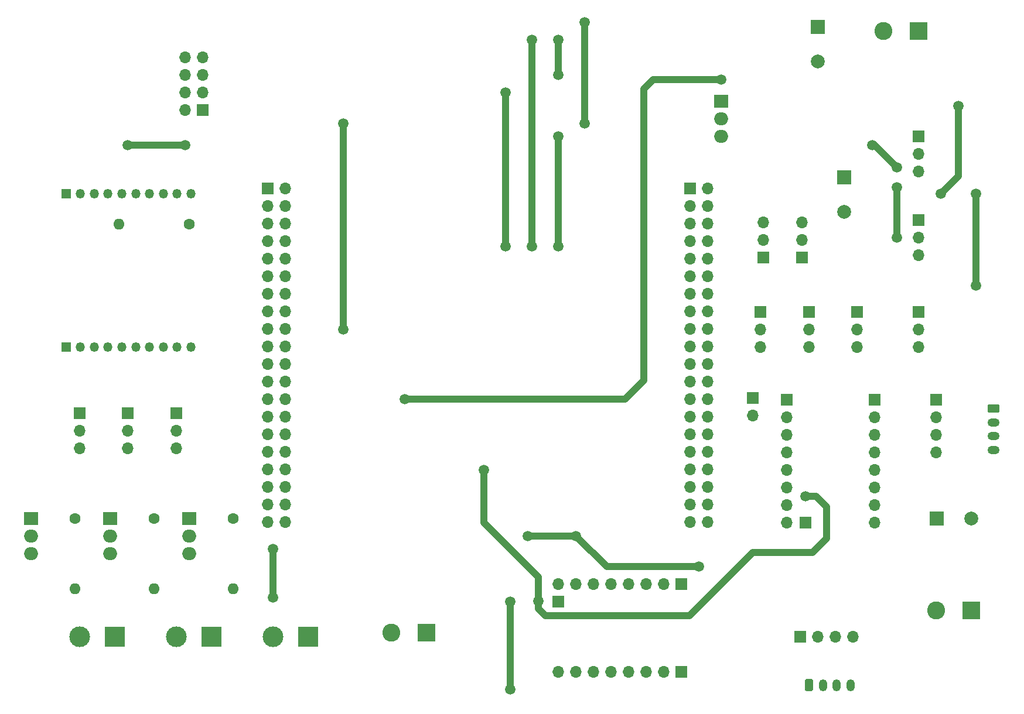
<source format=gbr>
%TF.GenerationSoftware,KiCad,Pcbnew,(5.1.6)-1*%
%TF.CreationDate,2023-02-06T18:30:28+01:00*%
%TF.ProjectId,VisionIndustrielle_TP,56697369-6f6e-4496-9e64-757374726965,rev?*%
%TF.SameCoordinates,Original*%
%TF.FileFunction,Copper,L1,Top*%
%TF.FilePolarity,Positive*%
%FSLAX46Y46*%
G04 Gerber Fmt 4.6, Leading zero omitted, Abs format (unit mm)*
G04 Created by KiCad (PCBNEW (5.1.6)-1) date 2023-02-06 18:30:28*
%MOMM*%
%LPD*%
G01*
G04 APERTURE LIST*
%TA.AperFunction,ComponentPad*%
%ADD10O,1.750000X1.200000*%
%TD*%
%TA.AperFunction,ComponentPad*%
%ADD11R,1.700000X1.700000*%
%TD*%
%TA.AperFunction,ComponentPad*%
%ADD12O,1.700000X1.700000*%
%TD*%
%TA.AperFunction,ComponentPad*%
%ADD13R,1.350000X1.350000*%
%TD*%
%TA.AperFunction,ComponentPad*%
%ADD14O,1.350000X1.350000*%
%TD*%
%TA.AperFunction,ComponentPad*%
%ADD15C,1.600000*%
%TD*%
%TA.AperFunction,ComponentPad*%
%ADD16O,1.600000X1.600000*%
%TD*%
%TA.AperFunction,ComponentPad*%
%ADD17C,2.000000*%
%TD*%
%TA.AperFunction,ComponentPad*%
%ADD18R,2.000000X2.000000*%
%TD*%
%TA.AperFunction,ComponentPad*%
%ADD19R,2.600000X2.600000*%
%TD*%
%TA.AperFunction,ComponentPad*%
%ADD20C,2.600000*%
%TD*%
%TA.AperFunction,ComponentPad*%
%ADD21R,3.000000X3.000000*%
%TD*%
%TA.AperFunction,ComponentPad*%
%ADD22C,3.000000*%
%TD*%
%TA.AperFunction,ComponentPad*%
%ADD23R,2.000000X1.905000*%
%TD*%
%TA.AperFunction,ComponentPad*%
%ADD24O,2.000000X1.905000*%
%TD*%
%TA.AperFunction,ComponentPad*%
%ADD25O,1.200000X1.750000*%
%TD*%
%TA.AperFunction,ViaPad*%
%ADD26C,1.500000*%
%TD*%
%TA.AperFunction,Conductor*%
%ADD27C,1.000000*%
%TD*%
G04 APERTURE END LIST*
%TO.P,J13,1*%
%TO.N,MOT_1A*%
%TA.AperFunction,ComponentPad*%
G36*
G01*
X150504999Y-139100000D02*
X151755001Y-139100000D01*
G75*
G02*
X152005000Y-139349999I0J-249999D01*
G01*
X152005000Y-140050001D01*
G75*
G02*
X151755001Y-140300000I-249999J0D01*
G01*
X150504999Y-140300000D01*
G75*
G02*
X150255000Y-140050001I0J249999D01*
G01*
X150255000Y-139349999D01*
G75*
G02*
X150504999Y-139100000I249999J0D01*
G01*
G37*
%TD.AperFunction*%
D10*
%TO.P,J13,2*%
%TO.N,MOT_1B*%
X151130000Y-141700000D03*
%TO.P,J13,3*%
%TO.N,MOT_2A*%
X151130000Y-143700000D03*
%TO.P,J13,4*%
%TO.N,MOT_2B*%
X151130000Y-145700000D03*
%TD*%
D11*
%TO.P,J31,1*%
%TO.N,VREF_OUT_NUC*%
X88265000Y-167640000D03*
%TD*%
%TO.P,J22,1*%
%TO.N,GND*%
X36830000Y-96520000D03*
D12*
%TO.P,J22,2*%
%TO.N,3.3V_NUC*%
X34290000Y-96520000D03*
%TO.P,J22,3*%
%TO.N,CE_nRF*%
X36830000Y-93980000D03*
%TO.P,J22,4*%
%TO.N,CSN_nRF*%
X34290000Y-93980000D03*
%TO.P,J22,5*%
%TO.N,SCK*%
X36830000Y-91440000D03*
%TO.P,J22,6*%
%TO.N,MOSI*%
X34290000Y-91440000D03*
%TO.P,J22,7*%
%TO.N,MISO*%
X36830000Y-88900000D03*
%TO.P,J22,8*%
%TO.N,IRQ_nRF*%
X34290000Y-88900000D03*
%TD*%
%TO.P,J10,40*%
%TO.N,Net-(J10-Pad40)*%
X48815001Y-156130001D03*
%TO.P,J10,39*%
%TO.N,NUC_E1*%
X46275001Y-156130001D03*
%TO.P,J10,38*%
%TO.N,Net-(J10-Pad38)*%
X48815001Y-153590001D03*
%TO.P,J10,37*%
%TO.N,NUC_E2*%
X46275001Y-153590001D03*
%TO.P,J10,36*%
%TO.N,Net-(J10-Pad36)*%
X48815001Y-151050001D03*
%TO.P,J10,35*%
%TO.N,Net-(J10-Pad35)*%
X46275001Y-151050001D03*
%TO.P,J10,34*%
%TO.N,VREF_OUT_NUC*%
X48815001Y-148510001D03*
%TO.P,J10,33*%
%TO.N,NUC_E3*%
X46275001Y-148510001D03*
%TO.P,J10,32*%
%TO.N,Net-(J10-Pad32)*%
X48815001Y-145970001D03*
%TO.P,J10,31*%
%TO.N,VCapt3*%
X46275001Y-145970001D03*
%TO.P,J10,30*%
%TO.N,Net-(J10-Pad30)*%
X48815001Y-143430001D03*
%TO.P,J10,29*%
%TO.N,VCapt2*%
X46275001Y-143430001D03*
%TO.P,J10,28*%
%TO.N,Net-(J10-Pad28)*%
X48815001Y-140890001D03*
%TO.P,J10,27*%
%TO.N,VCapt1*%
X46275001Y-140890001D03*
%TO.P,J10,26*%
%TO.N,VIN*%
X48815001Y-138350001D03*
%TO.P,J10,25*%
%TO.N,USER_BUTTON*%
X46275001Y-138350001D03*
%TO.P,J10,24*%
%TO.N,GND*%
X48815001Y-135810001D03*
%TO.P,J10,23*%
%TO.N,RESET_N*%
X46275001Y-135810001D03*
%TO.P,J10,22*%
%TO.N,GND*%
X48815001Y-133270001D03*
%TO.P,J10,21*%
X46275001Y-133270001D03*
%TO.P,J10,20*%
%TO.N,5V_NUC*%
X48815001Y-130730001D03*
%TO.P,J10,19*%
%TO.N,Net-(J10-Pad19)*%
X46275001Y-130730001D03*
%TO.P,J10,18*%
%TO.N,3.3V_NUC*%
X48815001Y-128190001D03*
%TO.P,J10,17*%
%TO.N,Net-(J10-Pad17)*%
X46275001Y-128190001D03*
%TO.P,J10,16*%
%TO.N,Net-(J10-Pad16)*%
X48815001Y-125650001D03*
%TO.P,J10,15*%
%TO.N,Net-(J10-Pad15)*%
X46275001Y-125650001D03*
%TO.P,J10,14*%
%TO.N,Net-(J10-Pad14)*%
X48815001Y-123110001D03*
%TO.P,J10,13*%
%TO.N,Net-(J10-Pad13)*%
X46275001Y-123110001D03*
%TO.P,J10,12*%
%TO.N,Net-(J10-Pad12)*%
X48815001Y-120570001D03*
%TO.P,J10,11*%
%TO.N,Net-(J10-Pad11)*%
X46275001Y-120570001D03*
%TO.P,J10,10*%
%TO.N,Net-(J10-Pad10)*%
X48815001Y-118030001D03*
%TO.P,J10,9*%
%TO.N,Net-(J10-Pad9)*%
X46275001Y-118030001D03*
%TO.P,J10,8*%
%TO.N,Net-(J10-Pad8)*%
X48815001Y-115490001D03*
%TO.P,J10,7*%
%TO.N,Net-(J10-Pad7)*%
X46275001Y-115490001D03*
%TO.P,J10,6*%
%TO.N,GPIO2_STATUS*%
X48815001Y-112950001D03*
%TO.P,J10,5*%
%TO.N,Net-(J10-Pad5)*%
X46275001Y-112950001D03*
%TO.P,J10,4*%
%TO.N,RX*%
X48815001Y-110410001D03*
%TO.P,J10,3*%
%TO.N,TX*%
X46275001Y-110410001D03*
%TO.P,J10,2*%
%TO.N,Net-(J10-Pad2)*%
X48815001Y-107870001D03*
D11*
%TO.P,J10,1*%
%TO.N,Net-(J10-Pad1)*%
X46275001Y-107870001D03*
%TD*%
%TO.P,J14,1*%
%TO.N,Net-(J14-Pad1)*%
X107315000Y-107870001D03*
D12*
%TO.P,J14,2*%
%TO.N,Net-(J14-Pad2)*%
X109855000Y-107870001D03*
%TO.P,J14,3*%
%TO.N,NUC_P3*%
X107315000Y-110410001D03*
%TO.P,J14,4*%
%TO.N,NUC_P2*%
X109855000Y-110410001D03*
%TO.P,J14,5*%
%TO.N,Net-(J14-Pad5)*%
X107315000Y-112950001D03*
%TO.P,J14,6*%
%TO.N,NUC_P1*%
X109855000Y-112950001D03*
%TO.P,J14,7*%
%TO.N,Net-(J14-Pad7)*%
X107315000Y-115490001D03*
%TO.P,J14,8*%
%TO.N,Net-(J14-Pad8)*%
X109855000Y-115490001D03*
%TO.P,J14,9*%
%TO.N,Net-(J14-Pad9)*%
X107315000Y-118030001D03*
%TO.P,J14,10*%
%TO.N,Net-(J14-Pad10)*%
X109855000Y-118030001D03*
%TO.P,J14,11*%
%TO.N,Net-(J14-Pad11)*%
X107315000Y-120570001D03*
%TO.P,J14,12*%
%TO.N,Net-(J14-Pad12)*%
X109855000Y-120570001D03*
%TO.P,J14,13*%
%TO.N,SCK*%
X107315000Y-123110001D03*
%TO.P,J14,14*%
%TO.N,Net-(J14-Pad14)*%
X109855000Y-123110001D03*
%TO.P,J14,15*%
%TO.N,MISO*%
X107315000Y-125650001D03*
%TO.P,J14,16*%
%TO.N,LED_1*%
X109855000Y-125650001D03*
%TO.P,J14,17*%
%TO.N,MOSI*%
X107315000Y-128190001D03*
%TO.P,J14,18*%
%TO.N,Net-(J14-Pad18)*%
X109855000Y-128190001D03*
%TO.P,J14,19*%
%TO.N,Net-(J14-Pad19)*%
X107315000Y-130730001D03*
%TO.P,J14,20*%
%TO.N,LED_2*%
X109855000Y-130730001D03*
%TO.P,J14,21*%
%TO.N,CSN_nRF*%
X107315000Y-133270001D03*
%TO.P,J14,22*%
%TO.N,GND*%
X109855000Y-133270001D03*
%TO.P,J14,23*%
%TO.N,IRQ_nRF*%
X107315000Y-135810001D03*
%TO.P,J14,24*%
%TO.N,Net-(J14-Pad24)*%
X109855000Y-135810001D03*
%TO.P,J14,25*%
%TO.N,CE_nRF*%
X107315000Y-138350001D03*
%TO.P,J14,26*%
%TO.N,CFG3_NUC*%
X109855000Y-138350001D03*
%TO.P,J14,27*%
%TO.N,EN2_NUC*%
X107315000Y-140890001D03*
%TO.P,J14,28*%
%TO.N,CFG2_NUC*%
X109855000Y-140890001D03*
%TO.P,J14,29*%
%TO.N,STEP2_NUC*%
X107315000Y-143430001D03*
%TO.P,J14,30*%
%TO.N,CFG1_NUC*%
X109855000Y-143430001D03*
%TO.P,J14,31*%
%TO.N,DIR2_NUC*%
X107315000Y-145970001D03*
%TO.P,J14,32*%
%TO.N,EN_NUC*%
X109855000Y-145970001D03*
%TO.P,J14,33*%
%TO.N,DIR_NUC*%
X107315000Y-148510001D03*
%TO.P,J14,34*%
%TO.N,Net-(J14-Pad34)*%
X109855000Y-148510001D03*
%TO.P,J14,35*%
%TO.N,STEP_NUC*%
X107315000Y-151050001D03*
%TO.P,J14,36*%
X109855000Y-151050001D03*
%TO.P,J14,37*%
%TO.N,Net-(J14-Pad37)*%
X107315000Y-153590001D03*
%TO.P,J14,38*%
%TO.N,Net-(J14-Pad38)*%
X109855000Y-153590001D03*
%TO.P,J14,39*%
%TO.N,Net-(J14-Pad39)*%
X107315000Y-156130001D03*
%TO.P,J14,40*%
%TO.N,Net-(J14-Pad40)*%
X109855000Y-156130001D03*
%TD*%
D13*
%TO.P,J9,1*%
%TO.N,3.3V_NUC*%
X17145000Y-130810000D03*
D14*
%TO.P,J9,2*%
%TO.N,RX*%
X19145000Y-130810000D03*
%TO.P,J9,3*%
%TO.N,TX*%
X21145000Y-130810000D03*
%TO.P,J9,4*%
%TO.N,Net-(J9-Pad4)*%
X23145000Y-130810000D03*
%TO.P,J9,5*%
%TO.N,RESET_N*%
X25145000Y-130810000D03*
%TO.P,J9,6*%
%TO.N,Net-(J9-Pad6)*%
X27145000Y-130810000D03*
%TO.P,J9,7*%
%TO.N,Net-(J9-Pad7)*%
X29145000Y-130810000D03*
%TO.P,J9,8*%
%TO.N,Net-(J9-Pad8)*%
X31145000Y-130810000D03*
%TO.P,J9,9*%
%TO.N,Net-(J9-Pad9)*%
X33145000Y-130810000D03*
%TO.P,J9,10*%
%TO.N,GND*%
X35145000Y-130810000D03*
%TD*%
%TO.P,J11,10*%
%TO.N,Net-(J11-Pad10)*%
X35145000Y-108585000D03*
%TO.P,J11,9*%
%TO.N,Net-(J11-Pad9)*%
X33145000Y-108585000D03*
%TO.P,J11,8*%
%TO.N,GPIO2_STATUS*%
X31145000Y-108585000D03*
%TO.P,J11,7*%
%TO.N,Net-(J11-Pad7)*%
X29145000Y-108585000D03*
%TO.P,J11,6*%
%TO.N,Net-(J11-Pad6)*%
X27145000Y-108585000D03*
%TO.P,J11,5*%
%TO.N,Net-(J11-Pad5)*%
X25145000Y-108585000D03*
%TO.P,J11,4*%
%TO.N,Net-(J11-Pad4)*%
X23145000Y-108585000D03*
%TO.P,J11,3*%
%TO.N,Net-(J11-Pad3)*%
X21145000Y-108585000D03*
%TO.P,J11,2*%
%TO.N,Net-(J11-Pad2)*%
X19145000Y-108585000D03*
D13*
%TO.P,J11,1*%
%TO.N,Net-(J11-Pad1)*%
X17145000Y-108585000D03*
%TD*%
D15*
%TO.P,R1,1*%
%TO.N,GND*%
X34925000Y-113030000D03*
D16*
%TO.P,R1,2*%
%TO.N,Net-(J11-Pad5)*%
X24765000Y-113030000D03*
%TD*%
D17*
%TO.P,C1,2*%
%TO.N,GND*%
X125730000Y-89455000D03*
D18*
%TO.P,C1,1*%
%TO.N,VIN*%
X125730000Y-84455000D03*
%TD*%
%TO.P,C4,1*%
%TO.N,5V_REG*%
X129540000Y-106252000D03*
D17*
%TO.P,C4,2*%
%TO.N,GND*%
X129540000Y-111252000D03*
%TD*%
D11*
%TO.P,J1,1*%
%TO.N,VCapt1*%
X19050000Y-140335000D03*
D12*
%TO.P,J1,2*%
%TO.N,3.3V_NUC*%
X19050000Y-142875000D03*
%TO.P,J1,3*%
%TO.N,GND*%
X19050000Y-145415000D03*
%TD*%
D11*
%TO.P,J2,1*%
%TO.N,CFG3_NUC*%
X116332000Y-138176000D03*
D12*
%TO.P,J2,2*%
%TO.N,CFG3_NUC_O*%
X116332000Y-140716000D03*
%TD*%
%TO.P,J3,3*%
%TO.N,GND*%
X26035000Y-145415000D03*
%TO.P,J3,2*%
%TO.N,3.3V_NUC*%
X26035000Y-142875000D03*
D11*
%TO.P,J3,1*%
%TO.N,VCapt2*%
X26035000Y-140335000D03*
%TD*%
%TO.P,J4,1*%
%TO.N,VCapt3*%
X33020000Y-140335000D03*
D12*
%TO.P,J4,2*%
%TO.N,3.3V_NUC*%
X33020000Y-142875000D03*
%TO.P,J4,3*%
%TO.N,GND*%
X33020000Y-145415000D03*
%TD*%
D19*
%TO.P,J5,1*%
%TO.N,GND*%
X147955000Y-168910000D03*
D20*
%TO.P,J5,2*%
%TO.N,VMOT*%
X142875000Y-168910000D03*
%TD*%
D11*
%TO.P,J6,1*%
%TO.N,DIR_NUC*%
X121285000Y-138430000D03*
D12*
%TO.P,J6,2*%
%TO.N,STEP_NUC*%
X121285000Y-140970000D03*
%TO.P,J6,3*%
%TO.N,Net-(J6-Pad3)*%
X121285000Y-143510000D03*
%TO.P,J6,4*%
%TO.N,Net-(J6-Pad4)*%
X121285000Y-146050000D03*
%TO.P,J6,5*%
%TO.N,CFG3_NUC_O*%
X121285000Y-148590000D03*
%TO.P,J6,6*%
%TO.N,CFG2_NUC*%
X121285000Y-151130000D03*
%TO.P,J6,7*%
%TO.N,CFG1_NUC*%
X121285000Y-153670000D03*
%TO.P,J6,8*%
%TO.N,EN_NUC*%
X121285000Y-156210000D03*
%TD*%
%TO.P,J7,8*%
%TO.N,VMOT*%
X133985000Y-156210000D03*
%TO.P,J7,7*%
%TO.N,GND*%
X133985000Y-153670000D03*
%TO.P,J7,6*%
%TO.N,MOT_2B*%
X133985000Y-151130000D03*
%TO.P,J7,5*%
%TO.N,MOT_2A*%
X133985000Y-148590000D03*
%TO.P,J7,4*%
%TO.N,MOT_1B*%
X133985000Y-146050000D03*
%TO.P,J7,3*%
%TO.N,MOT_1A*%
X133985000Y-143510000D03*
%TO.P,J7,2*%
%TO.N,3.3V_NUC*%
X133985000Y-140970000D03*
D11*
%TO.P,J7,1*%
%TO.N,GND*%
X133985000Y-138430000D03*
%TD*%
%TO.P,J8,1*%
%TO.N,VREF_OUT_NUC*%
X123952000Y-156210000D03*
%TD*%
D19*
%TO.P,J12,1*%
%TO.N,GND*%
X140335000Y-85090000D03*
D20*
%TO.P,J12,2*%
%TO.N,VIN*%
X135255000Y-85090000D03*
%TD*%
D11*
%TO.P,J15,1*%
%TO.N,NUC_P1*%
X140335000Y-100330000D03*
D12*
%TO.P,J15,2*%
%TO.N,5V_REG*%
X140335000Y-102870000D03*
%TO.P,J15,3*%
%TO.N,GND*%
X140335000Y-105410000D03*
%TD*%
%TO.P,J16,3*%
%TO.N,GND*%
X140335000Y-117475000D03*
%TO.P,J16,2*%
%TO.N,5V_REG*%
X140335000Y-114935000D03*
D11*
%TO.P,J16,1*%
%TO.N,NUC_P2*%
X140335000Y-112395000D03*
%TD*%
%TO.P,J17,1*%
%TO.N,MOT_1A*%
X142875000Y-138430000D03*
D12*
%TO.P,J17,2*%
%TO.N,MOT_1B*%
X142875000Y-140970000D03*
%TO.P,J17,3*%
%TO.N,MOT_2A*%
X142875000Y-143510000D03*
%TO.P,J17,4*%
%TO.N,MOT_2B*%
X142875000Y-146050000D03*
%TD*%
%TO.P,J18,3*%
%TO.N,GND*%
X117475000Y-130810000D03*
%TO.P,J18,2*%
X117475000Y-128270000D03*
D11*
%TO.P,J18,1*%
X117475000Y-125730000D03*
%TD*%
D20*
%TO.P,J19,2*%
%TO.N,VECL*%
X64135000Y-172085000D03*
D19*
%TO.P,J19,1*%
%TO.N,GND*%
X69215000Y-172085000D03*
%TD*%
D11*
%TO.P,J20,1*%
%TO.N,5V_REG*%
X131445000Y-125730000D03*
D12*
%TO.P,J20,2*%
X131445000Y-128270000D03*
%TO.P,J20,3*%
X131445000Y-130810000D03*
%TD*%
D21*
%TO.P,J23,1*%
%TO.N,VECL*%
X52070000Y-172720000D03*
D22*
%TO.P,J23,2*%
%TO.N,Net-(J23-Pad2)*%
X46990000Y-172720000D03*
%TD*%
%TO.P,J24,2*%
%TO.N,Net-(J24-Pad2)*%
X33020000Y-172720000D03*
D21*
%TO.P,J24,1*%
%TO.N,VECL*%
X38100000Y-172720000D03*
%TD*%
%TO.P,J25,1*%
%TO.N,VECL*%
X24130000Y-172720000D03*
D22*
%TO.P,J25,2*%
%TO.N,Net-(J25-Pad2)*%
X19050000Y-172720000D03*
%TD*%
D11*
%TO.P,J26,1*%
%TO.N,NUC_P3*%
X140335000Y-125730000D03*
D12*
%TO.P,J26,2*%
%TO.N,5V_REG*%
X140335000Y-128270000D03*
%TO.P,J26,3*%
%TO.N,GND*%
X140335000Y-130810000D03*
%TD*%
D23*
%TO.P,Q1,1*%
%TO.N,NUC_E1*%
X34925000Y-155575000D03*
D24*
%TO.P,Q1,2*%
%TO.N,Net-(J23-Pad2)*%
X34925000Y-158115000D03*
%TO.P,Q1,3*%
%TO.N,GND*%
X34925000Y-160655000D03*
%TD*%
%TO.P,Q2,3*%
%TO.N,GND*%
X23495000Y-160655000D03*
%TO.P,Q2,2*%
%TO.N,Net-(J24-Pad2)*%
X23495000Y-158115000D03*
D23*
%TO.P,Q2,1*%
%TO.N,NUC_E2*%
X23495000Y-155575000D03*
%TD*%
%TO.P,Q3,1*%
%TO.N,NUC_E3*%
X12065000Y-155575000D03*
D24*
%TO.P,Q3,2*%
%TO.N,Net-(J25-Pad2)*%
X12065000Y-158115000D03*
%TO.P,Q3,3*%
%TO.N,GND*%
X12065000Y-160655000D03*
%TD*%
D15*
%TO.P,R2,1*%
%TO.N,NUC_E1*%
X41275000Y-155575000D03*
D16*
%TO.P,R2,2*%
%TO.N,GND*%
X41275000Y-165735000D03*
%TD*%
%TO.P,R3,2*%
%TO.N,GND*%
X29845000Y-165735000D03*
D15*
%TO.P,R3,1*%
%TO.N,NUC_E2*%
X29845000Y-155575000D03*
%TD*%
%TO.P,R4,1*%
%TO.N,NUC_E3*%
X18415000Y-155575000D03*
D16*
%TO.P,R4,2*%
%TO.N,GND*%
X18415000Y-165735000D03*
%TD*%
D23*
%TO.P,U1,1*%
%TO.N,VIN*%
X111760000Y-95250000D03*
D24*
%TO.P,U1,2*%
%TO.N,GND*%
X111760000Y-97790000D03*
%TO.P,U1,3*%
%TO.N,5V_REG*%
X111760000Y-100330000D03*
%TD*%
D18*
%TO.P,C2,1*%
%TO.N,VMOT*%
X142955000Y-155575000D03*
D17*
%TO.P,C2,2*%
%TO.N,GND*%
X147955000Y-155575000D03*
%TD*%
D11*
%TO.P,J21,1*%
%TO.N,3.3V_NUC*%
X124460000Y-125730000D03*
D12*
%TO.P,J21,2*%
X124460000Y-128270000D03*
%TO.P,J21,3*%
X124460000Y-130810000D03*
%TD*%
D11*
%TO.P,J27,1*%
%TO.N,DIR2_NUC*%
X106045000Y-165100000D03*
D12*
%TO.P,J27,2*%
%TO.N,STEP2_NUC*%
X103505000Y-165100000D03*
%TO.P,J27,3*%
%TO.N,Net-(J27-Pad3)*%
X100965000Y-165100000D03*
%TO.P,J27,4*%
%TO.N,Net-(J27-Pad4)*%
X98425000Y-165100000D03*
%TO.P,J27,5*%
%TO.N,Net-(J27-Pad5)*%
X95885000Y-165100000D03*
%TO.P,J27,6*%
%TO.N,GND*%
X93345000Y-165100000D03*
%TO.P,J27,7*%
%TO.N,3.3V_NUC*%
X90805000Y-165100000D03*
%TO.P,J27,8*%
%TO.N,EN2_NUC*%
X88265000Y-165100000D03*
%TD*%
%TO.P,J28,1*%
%TO.N,MOT2_1A*%
%TA.AperFunction,ComponentPad*%
G36*
G01*
X123860000Y-180330001D02*
X123860000Y-179079999D01*
G75*
G02*
X124109999Y-178830000I249999J0D01*
G01*
X124810001Y-178830000D01*
G75*
G02*
X125060000Y-179079999I0J-249999D01*
G01*
X125060000Y-180330001D01*
G75*
G02*
X124810001Y-180580000I-249999J0D01*
G01*
X124109999Y-180580000D01*
G75*
G02*
X123860000Y-180330001I0J249999D01*
G01*
G37*
%TD.AperFunction*%
D25*
%TO.P,J28,2*%
%TO.N,MOT2_1B*%
X126460000Y-179705000D03*
%TO.P,J28,3*%
%TO.N,MOT2_2A*%
X128460000Y-179705000D03*
%TO.P,J28,4*%
%TO.N,MOT2_2B*%
X130460000Y-179705000D03*
%TD*%
D11*
%TO.P,J29,1*%
%TO.N,MOT2_1A*%
X123190000Y-172720000D03*
D12*
%TO.P,J29,2*%
%TO.N,MOT2_1B*%
X125730000Y-172720000D03*
%TO.P,J29,3*%
%TO.N,MOT2_2A*%
X128270000Y-172720000D03*
%TO.P,J29,4*%
%TO.N,MOT2_2B*%
X130810000Y-172720000D03*
%TD*%
%TO.P,J30,8*%
%TO.N,VMOT*%
X88265000Y-177800000D03*
%TO.P,J30,7*%
%TO.N,GND*%
X90805000Y-177800000D03*
%TO.P,J30,6*%
%TO.N,MOT2_2B*%
X93345000Y-177800000D03*
%TO.P,J30,5*%
%TO.N,MOT2_2A*%
X95885000Y-177800000D03*
%TO.P,J30,4*%
%TO.N,MOT2_1B*%
X98425000Y-177800000D03*
%TO.P,J30,3*%
%TO.N,MOT2_1A*%
X100965000Y-177800000D03*
%TO.P,J30,2*%
%TO.N,3.3V_NUC*%
X103505000Y-177800000D03*
D11*
%TO.P,J30,1*%
%TO.N,GND*%
X106045000Y-177800000D03*
%TD*%
D12*
%TO.P,J32,3*%
%TO.N,GND*%
X117856000Y-112776000D03*
%TO.P,J32,2*%
%TO.N,5V_REG*%
X117856000Y-115316000D03*
D11*
%TO.P,J32,1*%
%TO.N,LED_1*%
X117856000Y-117856000D03*
%TD*%
%TO.P,J33,1*%
%TO.N,LED_2*%
X123444000Y-117856000D03*
D12*
%TO.P,J33,2*%
%TO.N,5V_REG*%
X123444000Y-115316000D03*
%TO.P,J33,3*%
%TO.N,GND*%
X123444000Y-112776000D03*
%TD*%
D26*
%TO.N,VIN*%
X111760000Y-92074994D03*
X66040000Y-138349999D03*
%TO.N,5V_REG*%
X137160000Y-114935000D03*
X137160000Y-107695996D03*
X137160000Y-104775000D03*
X133604006Y-101600000D03*
%TO.N,3.3V_NUC*%
X57150000Y-98425000D03*
X57150000Y-98425000D03*
X57150000Y-128270000D03*
X34290000Y-101600000D03*
X26035000Y-101600000D03*
X81280002Y-180340002D03*
X108585000Y-162560000D03*
X81279990Y-167640000D03*
X90805000Y-158115000D03*
X83820000Y-158115000D03*
%TO.N,SCK*%
X88265000Y-86360000D03*
X88265000Y-91439996D03*
%TO.N,MOSI*%
X92075000Y-98425000D03*
X92075000Y-83820000D03*
%TO.N,CSN_nRF*%
X88265000Y-116205000D03*
X88265000Y-100329996D03*
%TO.N,IRQ_nRF*%
X84455000Y-86360000D03*
X84455000Y-116205000D03*
%TO.N,CE_nRF*%
X80645000Y-93979996D03*
X80645000Y-116205000D03*
%TO.N,VREF_OUT_NUC*%
X77470000Y-148590000D03*
X85344002Y-167513002D03*
X123952000Y-152400000D03*
%TO.N,NUC_P2*%
X146050000Y-95885000D03*
X143509998Y-108585006D03*
%TO.N,NUC_P3*%
X148590000Y-108585000D03*
X148590000Y-121920000D03*
%TO.N,Net-(J23-Pad2)*%
X46990000Y-167005000D03*
X46990000Y-160020000D03*
%TD*%
D27*
%TO.N,VIN*%
X97870001Y-138349999D02*
X66040000Y-138349999D01*
X100584000Y-135636000D02*
X97870001Y-138349999D01*
X100584000Y-93472000D02*
X100584000Y-135636000D01*
X111760000Y-92074994D02*
X101981006Y-92074994D01*
X101981006Y-92074994D02*
X100584000Y-93472000D01*
%TO.N,5V_REG*%
X137160000Y-114935000D02*
X137160000Y-107695996D01*
X137160000Y-104775000D02*
X133985000Y-101600000D01*
X133985000Y-101600000D02*
X133604006Y-101600000D01*
%TO.N,3.3V_NUC*%
X57150000Y-98425000D02*
X57150000Y-128270000D01*
X34290000Y-101600000D02*
X26035000Y-101600000D01*
X81280002Y-180340002D02*
X81280002Y-167640012D01*
X81280002Y-167640012D02*
X81279990Y-167640000D01*
X90805000Y-158115000D02*
X83820000Y-158115000D01*
X108585000Y-162560000D02*
X95250000Y-162560000D01*
X95250000Y-162560000D02*
X90805000Y-158115000D01*
%TO.N,SCK*%
X88265000Y-86360000D02*
X88265000Y-91439996D01*
%TO.N,MOSI*%
X92075000Y-98425000D02*
X92075000Y-83820000D01*
%TO.N,CSN_nRF*%
X88265000Y-116205000D02*
X88265000Y-100329996D01*
%TO.N,IRQ_nRF*%
X84455000Y-116205000D02*
X84455000Y-86360000D01*
%TO.N,CE_nRF*%
X80645000Y-93979996D02*
X80645000Y-116205000D01*
%TO.N,VREF_OUT_NUC*%
X85344002Y-168656002D02*
X85344002Y-167513002D01*
X86360000Y-169672000D02*
X85344002Y-168656002D01*
X107188000Y-169672000D02*
X86360000Y-169672000D01*
X111760000Y-165100000D02*
X107188000Y-169672000D01*
X85344002Y-164084002D02*
X85344002Y-167513002D01*
X77470000Y-148590000D02*
X77470000Y-156210000D01*
X77470000Y-156210000D02*
X85344002Y-164084002D01*
X123952000Y-152400000D02*
X125476000Y-152400000D01*
X125476000Y-152400000D02*
X127000000Y-153924000D01*
X127000000Y-153924000D02*
X127000000Y-158496000D01*
X127000000Y-158496000D02*
X124968000Y-160528000D01*
X124968000Y-160528000D02*
X116332000Y-160528000D01*
X116332000Y-160528000D02*
X111760000Y-165100000D01*
%TO.N,NUC_P2*%
X146050000Y-106045004D02*
X143509998Y-108585006D01*
X146050000Y-95885000D02*
X146050000Y-106045004D01*
%TO.N,NUC_P3*%
X148590000Y-108585000D02*
X148590000Y-121920000D01*
%TO.N,Net-(J23-Pad2)*%
X46990000Y-160020000D02*
X46990000Y-167005000D01*
%TD*%
M02*

</source>
